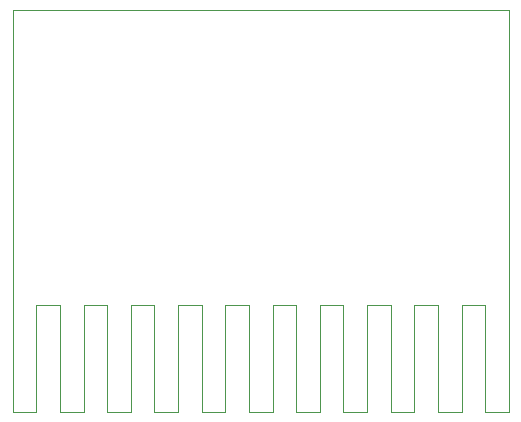
<source format=gm1>
G04 #@! TF.GenerationSoftware,KiCad,Pcbnew,9.0.1*
G04 #@! TF.CreationDate,2025-06-01T13:14:12+02:00*
G04 #@! TF.ProjectId,Sim-module,53696d2d-6d6f-4647-956c-652e6b696361,rev?*
G04 #@! TF.SameCoordinates,Original*
G04 #@! TF.FileFunction,Profile,NP*
%FSLAX46Y46*%
G04 Gerber Fmt 4.6, Leading zero omitted, Abs format (unit mm)*
G04 Created by KiCad (PCBNEW 9.0.1) date 2025-06-01 13:14:12*
%MOMM*%
%LPD*%
G01*
G04 APERTURE LIST*
G04 #@! TA.AperFunction,Profile*
%ADD10C,0.050000*%
G04 #@! TD*
G04 APERTURE END LIST*
D10*
X187000000Y-65000000D02*
X189000000Y-65000000D01*
X175000000Y-65000000D02*
X177000000Y-65000000D01*
X193000000Y-65000000D02*
X193000000Y-74000000D01*
X191000000Y-65000000D02*
X193000000Y-65000000D01*
X185000000Y-74000000D02*
X187000000Y-74000000D01*
X189000000Y-65000000D02*
X189000000Y-74000000D01*
X163000000Y-74000000D02*
X163000000Y-65000000D01*
X173000000Y-65000000D02*
X173000000Y-74000000D01*
X183000000Y-65000000D02*
X185000000Y-65000000D01*
X181000000Y-65000000D02*
X181000000Y-74000000D01*
X183000000Y-74000000D02*
X183000000Y-65000000D01*
X165000000Y-65000000D02*
X165000000Y-74000000D01*
X191000000Y-74000000D02*
X191000000Y-65000000D01*
X193000000Y-74000000D02*
X195000000Y-74000000D01*
X177000000Y-74000000D02*
X179000000Y-74000000D01*
X197000000Y-74000000D02*
X199000000Y-74000000D01*
X165000000Y-74000000D02*
X167000000Y-74000000D01*
X171000000Y-65000000D02*
X173000000Y-65000000D01*
X189000000Y-74000000D02*
X191000000Y-74000000D01*
X175000000Y-74000000D02*
X175000000Y-65000000D01*
X199000000Y-40000000D02*
X157000000Y-40000000D01*
X163000000Y-65000000D02*
X165000000Y-65000000D01*
X157000000Y-40000000D02*
X157000000Y-74000000D01*
X199000000Y-40000000D02*
X199000000Y-65000000D01*
X199000000Y-74000000D02*
X199000000Y-65000000D01*
X167000000Y-65000000D02*
X169000000Y-65000000D01*
X187000000Y-74000000D02*
X187000000Y-65000000D01*
X173000000Y-74000000D02*
X175000000Y-74000000D01*
X169000000Y-65000000D02*
X169000000Y-74000000D01*
X159000000Y-74000000D02*
X159000000Y-65000000D01*
X169000000Y-74000000D02*
X171000000Y-74000000D01*
X185000000Y-65000000D02*
X185000000Y-74000000D01*
X167000000Y-74000000D02*
X167000000Y-65000000D01*
X161000000Y-74000000D02*
X163000000Y-74000000D01*
X181000000Y-74000000D02*
X183000000Y-74000000D01*
X179000000Y-74000000D02*
X179000000Y-65000000D01*
X161000000Y-65000000D02*
X161000000Y-74000000D01*
X179000000Y-65000000D02*
X181000000Y-65000000D01*
X197000000Y-65000000D02*
X197000000Y-74000000D01*
X159000000Y-65000000D02*
X161000000Y-65000000D01*
X177000000Y-65000000D02*
X177000000Y-74000000D01*
X157000000Y-74000000D02*
X159000000Y-74000000D01*
X195000000Y-74000000D02*
X195000000Y-65000000D01*
X171000000Y-74000000D02*
X171000000Y-65000000D01*
X195000000Y-65000000D02*
X197000000Y-65000000D01*
M02*

</source>
